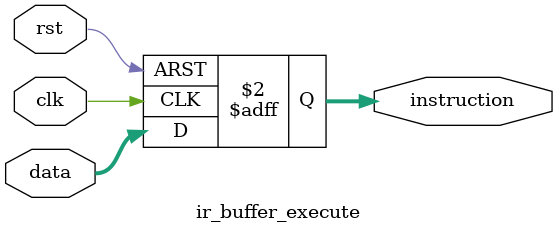
<source format=sv>
module ir_buffer_execute (
    input logic clk,
    input logic rst,
    input logic [31:0] data,
    output logic [31:0] instruction
);

  always_ff @(posedge clk or posedge rst) begin
    if (rst) begin
      instruction <= 32'b0;
    end else begin
      instruction <= data;
    end
  end
endmodule

</source>
